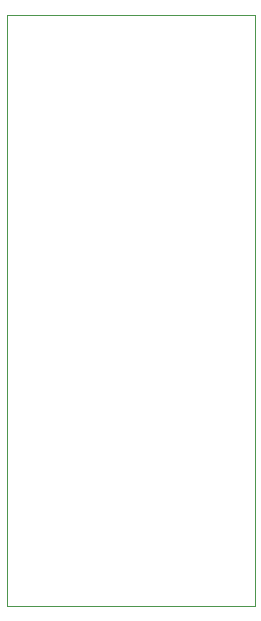
<source format=gbr>
%TF.GenerationSoftware,KiCad,Pcbnew,9.0.2+1*%
%TF.CreationDate,2025-07-26T13:33:15+01:00*%
%TF.ProjectId,ORGNET,4f52474e-4554-42e6-9b69-6361645f7063,1*%
%TF.SameCoordinates,Original*%
%TF.FileFunction,Profile,NP*%
%FSLAX46Y46*%
G04 Gerber Fmt 4.6, Leading zero omitted, Abs format (unit mm)*
G04 Created by KiCad (PCBNEW 9.0.2+1) date 2025-07-26 13:33:15*
%MOMM*%
%LPD*%
G01*
G04 APERTURE LIST*
%TA.AperFunction,Profile*%
%ADD10C,0.050000*%
%TD*%
G04 APERTURE END LIST*
D10*
X142040000Y-73700000D02*
X163040000Y-73700000D01*
X163040000Y-123700000D01*
X142040000Y-123700000D01*
X142040000Y-73700000D01*
M02*

</source>
